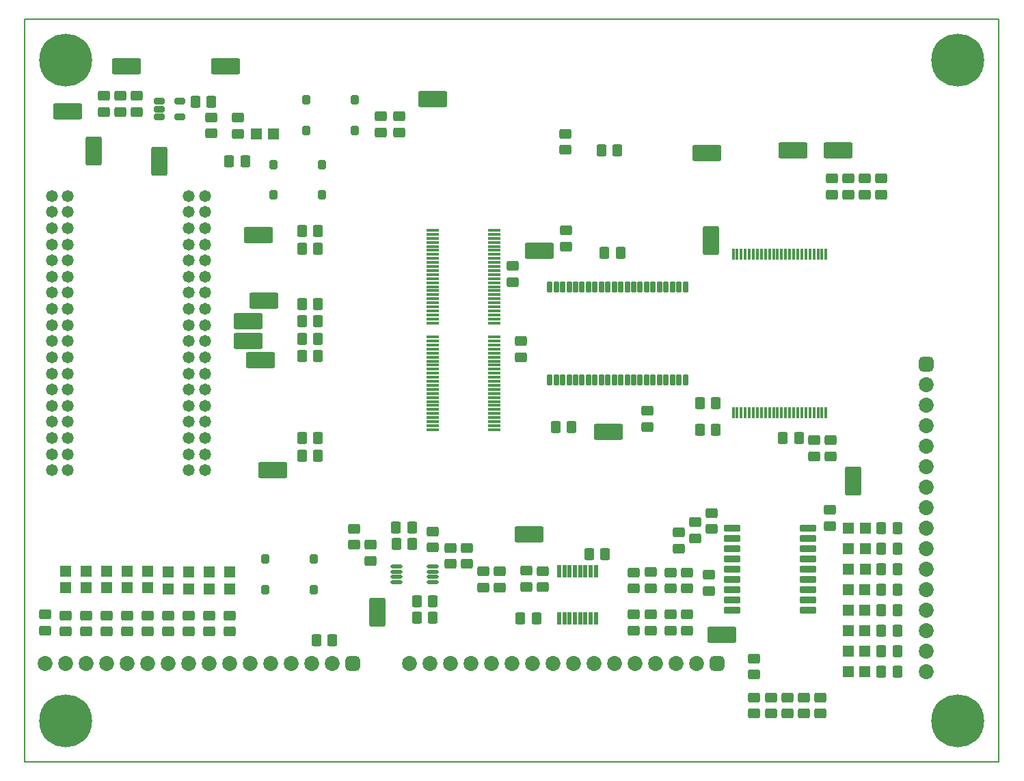
<source format=gts>
G04*
G04 #@! TF.GenerationSoftware,Altium Limited,Altium Designer,19.1.9 (167)*
G04*
G04 Layer_Color=8388736*
%FSLAX25Y25*%
%MOIN*%
G70*
G01*
G75*
%ADD13C,0.00500*%
G04:AMPARAMS|DCode=33|XSize=47.37mil|YSize=37.53mil|CornerRadius=6.95mil|HoleSize=0mil|Usage=FLASHONLY|Rotation=90.000|XOffset=0mil|YOffset=0mil|HoleType=Round|Shape=RoundedRectangle|*
%AMROUNDEDRECTD33*
21,1,0.04737,0.02362,0,0,90.0*
21,1,0.03347,0.03753,0,0,90.0*
1,1,0.01391,0.01181,0.01673*
1,1,0.01391,0.01181,-0.01673*
1,1,0.01391,-0.01181,-0.01673*
1,1,0.01391,-0.01181,0.01673*
%
%ADD33ROUNDEDRECTD33*%
G04:AMPARAMS|DCode=34|XSize=21.65mil|YSize=62.99mil|CornerRadius=4.18mil|HoleSize=0mil|Usage=FLASHONLY|Rotation=180.000|XOffset=0mil|YOffset=0mil|HoleType=Round|Shape=RoundedRectangle|*
%AMROUNDEDRECTD34*
21,1,0.02165,0.05463,0,0,180.0*
21,1,0.01329,0.06299,0,0,180.0*
1,1,0.00837,-0.00664,0.02731*
1,1,0.00837,0.00664,0.02731*
1,1,0.00837,0.00664,-0.02731*
1,1,0.00837,-0.00664,-0.02731*
%
%ADD34ROUNDEDRECTD34*%
G04:AMPARAMS|DCode=35|XSize=31.62mil|YSize=51.31mil|CornerRadius=6.36mil|HoleSize=0mil|Usage=FLASHONLY|Rotation=90.000|XOffset=0mil|YOffset=0mil|HoleType=Round|Shape=RoundedRectangle|*
%AMROUNDEDRECTD35*
21,1,0.03162,0.03858,0,0,90.0*
21,1,0.01890,0.05131,0,0,90.0*
1,1,0.01272,0.01929,0.00945*
1,1,0.01272,0.01929,-0.00945*
1,1,0.01272,-0.01929,-0.00945*
1,1,0.01272,-0.01929,0.00945*
%
%ADD35ROUNDEDRECTD35*%
G04:AMPARAMS|DCode=36|XSize=21.65mil|YSize=57.09mil|CornerRadius=6.4mil|HoleSize=0mil|Usage=FLASHONLY|Rotation=90.000|XOffset=0mil|YOffset=0mil|HoleType=Round|Shape=RoundedRectangle|*
%AMROUNDEDRECTD36*
21,1,0.02165,0.04429,0,0,90.0*
21,1,0.00886,0.05709,0,0,90.0*
1,1,0.01280,0.02215,0.00443*
1,1,0.01280,0.02215,-0.00443*
1,1,0.01280,-0.02215,-0.00443*
1,1,0.01280,-0.02215,0.00443*
%
%ADD36ROUNDEDRECTD36*%
G04:AMPARAMS|DCode=37|XSize=15.75mil|YSize=59.06mil|CornerRadius=3.15mil|HoleSize=0mil|Usage=FLASHONLY|Rotation=270.000|XOffset=0mil|YOffset=0mil|HoleType=Round|Shape=RoundedRectangle|*
%AMROUNDEDRECTD37*
21,1,0.01575,0.05276,0,0,270.0*
21,1,0.00945,0.05906,0,0,270.0*
1,1,0.00630,-0.02638,-0.00472*
1,1,0.00630,-0.02638,0.00472*
1,1,0.00630,0.02638,0.00472*
1,1,0.00630,0.02638,-0.00472*
%
%ADD37ROUNDEDRECTD37*%
G04:AMPARAMS|DCode=38|XSize=31.62mil|YSize=82.8mil|CornerRadius=7.54mil|HoleSize=0mil|Usage=FLASHONLY|Rotation=90.000|XOffset=0mil|YOffset=0mil|HoleType=Round|Shape=RoundedRectangle|*
%AMROUNDEDRECTD38*
21,1,0.03162,0.06772,0,0,90.0*
21,1,0.01654,0.08280,0,0,90.0*
1,1,0.01509,0.03386,0.00827*
1,1,0.01509,0.03386,-0.00827*
1,1,0.01509,-0.03386,-0.00827*
1,1,0.01509,-0.03386,0.00827*
%
%ADD38ROUNDEDRECTD38*%
G04:AMPARAMS|DCode=39|XSize=143.04mil|YSize=78.08mil|CornerRadius=11.01mil|HoleSize=0mil|Usage=FLASHONLY|Rotation=90.000|XOffset=0mil|YOffset=0mil|HoleType=Round|Shape=RoundedRectangle|*
%AMROUNDEDRECTD39*
21,1,0.14304,0.05606,0,0,90.0*
21,1,0.12102,0.07808,0,0,90.0*
1,1,0.02202,0.02803,0.06051*
1,1,0.02202,0.02803,-0.06051*
1,1,0.02202,-0.02803,-0.06051*
1,1,0.02202,-0.02803,0.06051*
%
%ADD39ROUNDEDRECTD39*%
G04:AMPARAMS|DCode=40|XSize=55.24mil|YSize=55.24mil|CornerRadius=8.72mil|HoleSize=0mil|Usage=FLASHONLY|Rotation=0.000|XOffset=0mil|YOffset=0mil|HoleType=Round|Shape=RoundedRectangle|*
%AMROUNDEDRECTD40*
21,1,0.05524,0.03780,0,0,0.0*
21,1,0.03780,0.05524,0,0,0.0*
1,1,0.01745,0.01890,-0.01890*
1,1,0.01745,-0.01890,-0.01890*
1,1,0.01745,-0.01890,0.01890*
1,1,0.01745,0.01890,0.01890*
%
%ADD40ROUNDEDRECTD40*%
G04:AMPARAMS|DCode=41|XSize=15.75mil|YSize=53.15mil|CornerRadius=3.15mil|HoleSize=0mil|Usage=FLASHONLY|Rotation=0.000|XOffset=0mil|YOffset=0mil|HoleType=Round|Shape=RoundedRectangle|*
%AMROUNDEDRECTD41*
21,1,0.01575,0.04685,0,0,0.0*
21,1,0.00945,0.05315,0,0,0.0*
1,1,0.00630,0.00472,-0.02343*
1,1,0.00630,-0.00472,-0.02343*
1,1,0.00630,-0.00472,0.02343*
1,1,0.00630,0.00472,0.02343*
%
%ADD41ROUNDEDRECTD41*%
G04:AMPARAMS|DCode=42|XSize=27.65mil|YSize=53.24mil|CornerRadius=5.17mil|HoleSize=0mil|Usage=FLASHONLY|Rotation=180.000|XOffset=0mil|YOffset=0mil|HoleType=Round|Shape=RoundedRectangle|*
%AMROUNDEDRECTD42*
21,1,0.02765,0.04291,0,0,180.0*
21,1,0.01732,0.05324,0,0,180.0*
1,1,0.01033,-0.00866,0.02146*
1,1,0.01033,0.00866,0.02146*
1,1,0.01033,0.00866,-0.02146*
1,1,0.01033,-0.00866,-0.02146*
%
%ADD42ROUNDEDRECTD42*%
G04:AMPARAMS|DCode=43|XSize=47.37mil|YSize=57.21mil|CornerRadius=7.94mil|HoleSize=0mil|Usage=FLASHONLY|Rotation=180.000|XOffset=0mil|YOffset=0mil|HoleType=Round|Shape=RoundedRectangle|*
%AMROUNDEDRECTD43*
21,1,0.04737,0.04134,0,0,180.0*
21,1,0.03150,0.05721,0,0,180.0*
1,1,0.01587,-0.01575,0.02067*
1,1,0.01587,0.01575,0.02067*
1,1,0.01587,0.01575,-0.02067*
1,1,0.01587,-0.01575,-0.02067*
%
%ADD43ROUNDEDRECTD43*%
G04:AMPARAMS|DCode=44|XSize=143.04mil|YSize=78.08mil|CornerRadius=11.01mil|HoleSize=0mil|Usage=FLASHONLY|Rotation=0.000|XOffset=0mil|YOffset=0mil|HoleType=Round|Shape=RoundedRectangle|*
%AMROUNDEDRECTD44*
21,1,0.14304,0.05606,0,0,0.0*
21,1,0.12102,0.07808,0,0,0.0*
1,1,0.02202,0.06051,-0.02803*
1,1,0.02202,-0.06051,-0.02803*
1,1,0.02202,-0.06051,0.02803*
1,1,0.02202,0.06051,0.02803*
%
%ADD44ROUNDEDRECTD44*%
G04:AMPARAMS|DCode=45|XSize=47.37mil|YSize=57.21mil|CornerRadius=7.94mil|HoleSize=0mil|Usage=FLASHONLY|Rotation=270.000|XOffset=0mil|YOffset=0mil|HoleType=Round|Shape=RoundedRectangle|*
%AMROUNDEDRECTD45*
21,1,0.04737,0.04134,0,0,270.0*
21,1,0.03150,0.05721,0,0,270.0*
1,1,0.01587,-0.02067,-0.01575*
1,1,0.01587,-0.02067,0.01575*
1,1,0.01587,0.02067,0.01575*
1,1,0.01587,0.02067,-0.01575*
%
%ADD45ROUNDEDRECTD45*%
G04:AMPARAMS|DCode=46|XSize=55.24mil|YSize=55.24mil|CornerRadius=8.72mil|HoleSize=0mil|Usage=FLASHONLY|Rotation=90.000|XOffset=0mil|YOffset=0mil|HoleType=Round|Shape=RoundedRectangle|*
%AMROUNDEDRECTD46*
21,1,0.05524,0.03780,0,0,90.0*
21,1,0.03780,0.05524,0,0,90.0*
1,1,0.01745,0.01890,0.01890*
1,1,0.01745,0.01890,-0.01890*
1,1,0.01745,-0.01890,-0.01890*
1,1,0.01745,-0.01890,0.01890*
%
%ADD46ROUNDEDRECTD46*%
%ADD47C,0.05800*%
%ADD48C,0.07300*%
G04:AMPARAMS|DCode=49|XSize=73mil|YSize=73mil|CornerRadius=20.25mil|HoleSize=0mil|Usage=FLASHONLY|Rotation=90.000|XOffset=0mil|YOffset=0mil|HoleType=Round|Shape=RoundedRectangle|*
%AMROUNDEDRECTD49*
21,1,0.07300,0.03250,0,0,90.0*
21,1,0.03250,0.07300,0,0,90.0*
1,1,0.04050,0.01625,0.01625*
1,1,0.04050,0.01625,-0.01625*
1,1,0.04050,-0.01625,-0.01625*
1,1,0.04050,-0.01625,0.01625*
%
%ADD49ROUNDEDRECTD49*%
G04:AMPARAMS|DCode=50|XSize=73mil|YSize=73mil|CornerRadius=20.25mil|HoleSize=0mil|Usage=FLASHONLY|Rotation=180.000|XOffset=0mil|YOffset=0mil|HoleType=Round|Shape=RoundedRectangle|*
%AMROUNDEDRECTD50*
21,1,0.07300,0.03250,0,0,180.0*
21,1,0.03250,0.07300,0,0,180.0*
1,1,0.04050,-0.01625,0.01625*
1,1,0.04050,0.01625,0.01625*
1,1,0.04050,0.01625,-0.01625*
1,1,0.04050,-0.01625,-0.01625*
%
%ADD50ROUNDEDRECTD50*%
%ADD51C,0.25800*%
D13*
X0Y0D02*
X475000D01*
Y362500D01*
X0Y0D02*
Y362500D01*
X475000D01*
D33*
X140811Y84118D02*
D03*
X117189D02*
D03*
X140811Y98882D02*
D03*
X117189D02*
D03*
X137189Y322882D02*
D03*
X160811D02*
D03*
X137189Y308118D02*
D03*
X160811D02*
D03*
X144811Y276618D02*
D03*
X121189D02*
D03*
X144811Y291382D02*
D03*
X121189D02*
D03*
D34*
X260543Y70083D02*
D03*
X263102D02*
D03*
X265661D02*
D03*
X260543Y92917D02*
D03*
X263102D02*
D03*
X265661D02*
D03*
X273339Y70083D02*
D03*
X268220D02*
D03*
X270779D02*
D03*
X275898D02*
D03*
X278457D02*
D03*
X268220Y92917D02*
D03*
X275898D02*
D03*
X278457D02*
D03*
X270779D02*
D03*
X273339D02*
D03*
D35*
X65382Y314760D02*
D03*
Y322240D02*
D03*
Y318500D02*
D03*
X75618Y314760D02*
D03*
Y322240D02*
D03*
D36*
X181240Y90220D02*
D03*
Y92779D02*
D03*
Y95339D02*
D03*
Y87661D02*
D03*
X198760D02*
D03*
Y90220D02*
D03*
Y92779D02*
D03*
Y95339D02*
D03*
D37*
X228938Y214102D02*
D03*
Y216071D02*
D03*
Y218039D02*
D03*
Y220008D02*
D03*
Y221976D02*
D03*
Y223945D02*
D03*
Y225913D02*
D03*
Y227882D02*
D03*
Y229850D02*
D03*
Y231819D02*
D03*
Y233787D02*
D03*
Y235756D02*
D03*
Y237724D02*
D03*
Y239693D02*
D03*
Y241661D02*
D03*
Y243630D02*
D03*
Y245598D02*
D03*
Y247567D02*
D03*
Y249535D02*
D03*
Y251504D02*
D03*
Y253472D02*
D03*
Y255441D02*
D03*
Y257410D02*
D03*
Y259378D02*
D03*
X199017Y214102D02*
D03*
Y216071D02*
D03*
Y218039D02*
D03*
Y220008D02*
D03*
Y221976D02*
D03*
Y223945D02*
D03*
Y225913D02*
D03*
Y227882D02*
D03*
Y229850D02*
D03*
Y231819D02*
D03*
Y233787D02*
D03*
Y235756D02*
D03*
Y237724D02*
D03*
Y239693D02*
D03*
Y241661D02*
D03*
Y243630D02*
D03*
Y245598D02*
D03*
Y247567D02*
D03*
Y249535D02*
D03*
Y251504D02*
D03*
Y253472D02*
D03*
Y255441D02*
D03*
Y257410D02*
D03*
Y259378D02*
D03*
X228921Y162031D02*
D03*
Y164000D02*
D03*
Y165969D02*
D03*
Y167937D02*
D03*
Y169905D02*
D03*
Y171874D02*
D03*
Y173843D02*
D03*
Y175811D02*
D03*
Y177779D02*
D03*
Y179748D02*
D03*
Y181717D02*
D03*
Y183685D02*
D03*
Y185653D02*
D03*
Y187622D02*
D03*
Y189591D02*
D03*
Y191559D02*
D03*
Y193528D02*
D03*
Y195496D02*
D03*
Y197465D02*
D03*
Y199433D02*
D03*
Y201402D02*
D03*
Y203370D02*
D03*
Y205339D02*
D03*
Y207307D02*
D03*
X199000Y162031D02*
D03*
Y164000D02*
D03*
Y165969D02*
D03*
Y167937D02*
D03*
Y169905D02*
D03*
Y171874D02*
D03*
Y173843D02*
D03*
Y175811D02*
D03*
Y177779D02*
D03*
Y179748D02*
D03*
Y181717D02*
D03*
Y183685D02*
D03*
Y185653D02*
D03*
Y187622D02*
D03*
Y189591D02*
D03*
Y191559D02*
D03*
Y193528D02*
D03*
Y195496D02*
D03*
Y197465D02*
D03*
Y199433D02*
D03*
Y201402D02*
D03*
Y203370D02*
D03*
Y205339D02*
D03*
Y207307D02*
D03*
D38*
X344996Y74000D02*
D03*
Y79000D02*
D03*
Y84000D02*
D03*
Y89000D02*
D03*
Y99000D02*
D03*
Y94000D02*
D03*
Y104000D02*
D03*
Y114000D02*
D03*
Y109000D02*
D03*
X382004Y74000D02*
D03*
Y84000D02*
D03*
Y79000D02*
D03*
Y94000D02*
D03*
Y89000D02*
D03*
Y104000D02*
D03*
Y99000D02*
D03*
Y114000D02*
D03*
Y109000D02*
D03*
D39*
X404000Y137000D02*
D03*
X33500Y298000D02*
D03*
X172000Y73000D02*
D03*
X65500Y293143D02*
D03*
X334500Y254500D02*
D03*
D40*
X112866Y306500D02*
D03*
X121134D02*
D03*
X409634Y44000D02*
D03*
X401366D02*
D03*
X409634Y54000D02*
D03*
X401366D02*
D03*
X409634Y64000D02*
D03*
X401366D02*
D03*
X409634Y74000D02*
D03*
X401366D02*
D03*
X409634Y84000D02*
D03*
X401366D02*
D03*
X409697Y94000D02*
D03*
X401429D02*
D03*
X409697Y104000D02*
D03*
X401429D02*
D03*
X409697Y114000D02*
D03*
X401429D02*
D03*
D41*
X351268Y170319D02*
D03*
X349299D02*
D03*
X355205D02*
D03*
X353236D02*
D03*
X347331D02*
D03*
X345362D02*
D03*
X357173D02*
D03*
X361110D02*
D03*
X359142D02*
D03*
X363079D02*
D03*
X367016D02*
D03*
X365047D02*
D03*
X345362Y247681D02*
D03*
X349299D02*
D03*
X347331D02*
D03*
X353236D02*
D03*
X351268D02*
D03*
X357173D02*
D03*
X355205D02*
D03*
X363079D02*
D03*
X359142D02*
D03*
X367016D02*
D03*
X361110D02*
D03*
X365047D02*
D03*
X376858Y170319D02*
D03*
X374890D02*
D03*
X380795D02*
D03*
X378827D02*
D03*
X368984D02*
D03*
X372921D02*
D03*
X370953D02*
D03*
X384732D02*
D03*
X382764D02*
D03*
X388669D02*
D03*
X386701D02*
D03*
X390638D02*
D03*
X370953Y247681D02*
D03*
X368984D02*
D03*
X374890D02*
D03*
X372921D02*
D03*
X378827D02*
D03*
X376858D02*
D03*
X384732D02*
D03*
X380795D02*
D03*
X386701D02*
D03*
X382764D02*
D03*
X388669D02*
D03*
X390638D02*
D03*
D42*
X259079Y186362D02*
D03*
X255929D02*
D03*
X265378D02*
D03*
X262228D02*
D03*
X268528D02*
D03*
X274827D02*
D03*
X271677D02*
D03*
X277976D02*
D03*
X284276D02*
D03*
X281126D02*
D03*
X255929Y231638D02*
D03*
X262228D02*
D03*
X259079D02*
D03*
X268528D02*
D03*
X265378D02*
D03*
X277976D02*
D03*
X274827D02*
D03*
X271677D02*
D03*
X284276D02*
D03*
X281126D02*
D03*
X300024Y186362D02*
D03*
X306323D02*
D03*
X303173D02*
D03*
X290575D02*
D03*
X287425D02*
D03*
X296874D02*
D03*
X293724D02*
D03*
X312622D02*
D03*
X309472D02*
D03*
X318921D02*
D03*
X315772D02*
D03*
X322071D02*
D03*
X290575Y231638D02*
D03*
X287425D02*
D03*
X296874D02*
D03*
X293724D02*
D03*
X315772D02*
D03*
X312622D02*
D03*
X322071D02*
D03*
X318921D02*
D03*
X303173D02*
D03*
X300024D02*
D03*
X309472D02*
D03*
X306323D02*
D03*
D43*
X191063Y70500D02*
D03*
X198937D02*
D03*
X369563Y158000D02*
D03*
X377437D02*
D03*
X135126Y250500D02*
D03*
X143000D02*
D03*
X282500Y248500D02*
D03*
X290374D02*
D03*
X142126Y59437D02*
D03*
X150000D02*
D03*
X135063Y149500D02*
D03*
X142937D02*
D03*
X281063Y298500D02*
D03*
X288937D02*
D03*
X258762Y163417D02*
D03*
X266636D02*
D03*
X135063Y158000D02*
D03*
X142937D02*
D03*
X135126Y206500D02*
D03*
X143000D02*
D03*
X135126Y198000D02*
D03*
X143000D02*
D03*
X135126Y215000D02*
D03*
X143000D02*
D03*
X135126Y223500D02*
D03*
X143000D02*
D03*
X135126Y259000D02*
D03*
X143000D02*
D03*
X329126Y175000D02*
D03*
X337000D02*
D03*
X329126Y162000D02*
D03*
X337000D02*
D03*
X99625Y293000D02*
D03*
X107499D02*
D03*
X191063Y78500D02*
D03*
X198937D02*
D03*
X181000Y114500D02*
D03*
X188874D02*
D03*
X181126Y106500D02*
D03*
X189000D02*
D03*
X417563Y44000D02*
D03*
X425437D02*
D03*
X417563Y54000D02*
D03*
X425437D02*
D03*
X417500Y64000D02*
D03*
X425374D02*
D03*
X417500Y74000D02*
D03*
X425374D02*
D03*
X417500Y84000D02*
D03*
X425374D02*
D03*
X417500Y94000D02*
D03*
X425374D02*
D03*
X417500Y104000D02*
D03*
X425374D02*
D03*
X417500Y114000D02*
D03*
X425374D02*
D03*
X275063Y101500D02*
D03*
X282937D02*
D03*
X241626Y70000D02*
D03*
X249500D02*
D03*
X83063Y322000D02*
D03*
X90937D02*
D03*
D44*
X246000Y111000D02*
D03*
X98000Y339500D02*
D03*
X20722Y317278D02*
D03*
X374500Y298500D02*
D03*
X396500D02*
D03*
X340000Y62000D02*
D03*
X49500Y339500D02*
D03*
X121000Y142500D02*
D03*
X251000Y249500D02*
D03*
X109000Y205500D02*
D03*
Y215000D02*
D03*
X116500Y225000D02*
D03*
X114000Y257000D02*
D03*
X332500Y297000D02*
D03*
X284500Y161000D02*
D03*
X115000Y196000D02*
D03*
X199000Y323500D02*
D03*
D45*
X242000Y197500D02*
D03*
Y205374D02*
D03*
X54500Y317063D02*
D03*
Y324937D02*
D03*
X91000Y306626D02*
D03*
Y314500D02*
D03*
X238000Y234063D02*
D03*
Y241937D02*
D03*
X199000Y104563D02*
D03*
Y112437D02*
D03*
X392500Y115000D02*
D03*
Y122874D02*
D03*
X252454Y85252D02*
D03*
Y93126D02*
D03*
X244454Y85315D02*
D03*
Y93189D02*
D03*
X263832Y259378D02*
D03*
Y251504D02*
D03*
X263500Y298563D02*
D03*
Y306437D02*
D03*
X303500Y163417D02*
D03*
Y171291D02*
D03*
X385000Y149126D02*
D03*
Y157000D02*
D03*
X38500Y317126D02*
D03*
Y325000D02*
D03*
X417539Y276634D02*
D03*
Y284508D02*
D03*
X409539Y276634D02*
D03*
Y284508D02*
D03*
X393539Y276634D02*
D03*
Y284508D02*
D03*
X393000Y149126D02*
D03*
Y157000D02*
D03*
X401539Y276634D02*
D03*
Y284508D02*
D03*
X182500Y307000D02*
D03*
Y314874D02*
D03*
X231500Y85000D02*
D03*
Y92874D02*
D03*
X207500Y96563D02*
D03*
Y104437D02*
D03*
X160500Y105937D02*
D03*
Y113811D02*
D03*
X168500Y98063D02*
D03*
Y105937D02*
D03*
X223500Y85063D02*
D03*
Y92937D02*
D03*
X215500Y96563D02*
D03*
Y104437D02*
D03*
X100000Y63563D02*
D03*
Y71437D02*
D03*
X90000Y63563D02*
D03*
Y71437D02*
D03*
X80000Y63563D02*
D03*
Y71437D02*
D03*
X70000Y63563D02*
D03*
Y71437D02*
D03*
X335000Y113563D02*
D03*
Y121437D02*
D03*
X388000Y23563D02*
D03*
Y31437D02*
D03*
X364000Y23626D02*
D03*
Y31500D02*
D03*
X355500Y23563D02*
D03*
Y31437D02*
D03*
X327000Y109063D02*
D03*
Y116937D02*
D03*
X319000Y104000D02*
D03*
Y111874D02*
D03*
X355500Y42563D02*
D03*
Y50437D02*
D03*
X60000Y63563D02*
D03*
Y71437D02*
D03*
X380000Y23563D02*
D03*
Y31437D02*
D03*
X372000Y23626D02*
D03*
Y31500D02*
D03*
X333500Y83500D02*
D03*
Y91374D02*
D03*
X50000Y63563D02*
D03*
Y71437D02*
D03*
X40000Y63563D02*
D03*
Y71437D02*
D03*
X30000Y63563D02*
D03*
Y71437D02*
D03*
X20000Y63563D02*
D03*
Y71437D02*
D03*
X322952Y64095D02*
D03*
Y71969D02*
D03*
X314898Y63968D02*
D03*
Y71842D02*
D03*
X296806Y84595D02*
D03*
Y92469D02*
D03*
X305306Y84658D02*
D03*
Y92532D02*
D03*
X322952Y84531D02*
D03*
Y92405D02*
D03*
X314898Y84595D02*
D03*
Y92469D02*
D03*
X296806Y64031D02*
D03*
Y71905D02*
D03*
X305306Y64095D02*
D03*
Y71969D02*
D03*
X46500Y317000D02*
D03*
Y324874D02*
D03*
X173500Y307000D02*
D03*
Y314874D02*
D03*
X10000Y64000D02*
D03*
Y71874D02*
D03*
X104013Y306500D02*
D03*
Y314374D02*
D03*
D46*
X100000Y84303D02*
D03*
Y92571D02*
D03*
X90000Y84366D02*
D03*
Y92634D02*
D03*
X80000Y84366D02*
D03*
Y92634D02*
D03*
X70000Y84366D02*
D03*
Y92634D02*
D03*
X60000Y84866D02*
D03*
Y93134D02*
D03*
X50000Y84866D02*
D03*
Y93134D02*
D03*
X40000Y84866D02*
D03*
Y93134D02*
D03*
X30000Y84866D02*
D03*
Y93134D02*
D03*
X20000Y84866D02*
D03*
Y93134D02*
D03*
D47*
X13071Y150130D02*
D03*
Y142256D02*
D03*
X20945D02*
D03*
X13071Y165878D02*
D03*
Y158004D02*
D03*
Y181626D02*
D03*
Y173752D02*
D03*
Y197374D02*
D03*
Y189500D02*
D03*
X20945Y150130D02*
D03*
Y165878D02*
D03*
Y158004D02*
D03*
Y189500D02*
D03*
Y181626D02*
D03*
Y197374D02*
D03*
Y173752D02*
D03*
X13071Y205248D02*
D03*
Y220996D02*
D03*
Y213122D02*
D03*
X20945Y205248D02*
D03*
X13071Y236744D02*
D03*
Y228870D02*
D03*
Y244618D02*
D03*
Y260366D02*
D03*
Y268240D02*
D03*
Y252492D02*
D03*
Y276114D02*
D03*
X20945Y244618D02*
D03*
Y260366D02*
D03*
Y252492D02*
D03*
Y220996D02*
D03*
Y213122D02*
D03*
Y236744D02*
D03*
Y228870D02*
D03*
Y268240D02*
D03*
Y276114D02*
D03*
X80000Y150130D02*
D03*
Y142256D02*
D03*
Y158004D02*
D03*
Y173752D02*
D03*
Y165878D02*
D03*
Y181626D02*
D03*
Y189500D02*
D03*
X87874Y173752D02*
D03*
X80000Y197374D02*
D03*
X87874Y189500D02*
D03*
Y142256D02*
D03*
Y150130D02*
D03*
Y165878D02*
D03*
Y158004D02*
D03*
Y205248D02*
D03*
Y197374D02*
D03*
Y181626D02*
D03*
X80000Y205248D02*
D03*
Y220996D02*
D03*
Y213122D02*
D03*
Y236744D02*
D03*
Y228870D02*
D03*
Y252492D02*
D03*
Y244618D02*
D03*
Y276114D02*
D03*
Y268240D02*
D03*
X87874Y244618D02*
D03*
X80000Y260366D02*
D03*
X87874Y252492D02*
D03*
Y220996D02*
D03*
Y213122D02*
D03*
Y236744D02*
D03*
Y228870D02*
D03*
Y268240D02*
D03*
Y260366D02*
D03*
Y276114D02*
D03*
D48*
X187500Y48000D02*
D03*
X227500D02*
D03*
X197500D02*
D03*
X207500D02*
D03*
X217500D02*
D03*
X237500D02*
D03*
X267500D02*
D03*
X277500D02*
D03*
X247500D02*
D03*
X257500D02*
D03*
X287500D02*
D03*
X297500D02*
D03*
X307500D02*
D03*
X317500D02*
D03*
X327500D02*
D03*
X50000D02*
D03*
X60000D02*
D03*
X10000D02*
D03*
X20000D02*
D03*
X30000D02*
D03*
X40000D02*
D03*
X90000D02*
D03*
X100000D02*
D03*
X70000D02*
D03*
X80000D02*
D03*
X110000D02*
D03*
X120000D02*
D03*
X130000D02*
D03*
X140000D02*
D03*
X150000D02*
D03*
X439500Y64000D02*
D03*
Y54000D02*
D03*
Y104000D02*
D03*
Y84000D02*
D03*
Y134000D02*
D03*
Y114000D02*
D03*
Y154000D02*
D03*
Y144000D02*
D03*
Y74000D02*
D03*
Y44000D02*
D03*
Y94000D02*
D03*
Y164000D02*
D03*
Y174000D02*
D03*
Y124000D02*
D03*
Y184000D02*
D03*
D49*
X337500Y48000D02*
D03*
X160000D02*
D03*
D50*
X439500Y194000D02*
D03*
D51*
X455000Y20000D02*
D03*
Y342500D02*
D03*
X20000D02*
D03*
Y20000D02*
D03*
M02*

</source>
